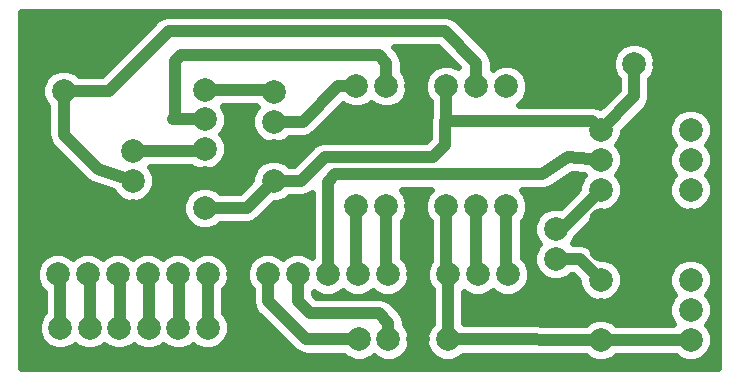
<source format=gbr>
G04 #@! TF.FileFunction,Copper,L2,Bot,Signal*
%FSLAX46Y46*%
G04 Gerber Fmt 4.6, Leading zero omitted, Abs format (unit mm)*
G04 Created by KiCad (PCBNEW 4.0.7-e2-6376~61~ubuntu18.04.1) date Sat May 19 13:00:04 2018*
%MOMM*%
%LPD*%
G01*
G04 APERTURE LIST*
%ADD10C,0.100000*%
%ADD11C,2.000000*%
%ADD12C,1.000000*%
%ADD13C,0.554000*%
G04 APERTURE END LIST*
D10*
D11*
X42046000Y14618000D03*
X39506000Y14618000D03*
X36966000Y14618000D03*
X34426000Y14618000D03*
X31886000Y14618000D03*
X29346000Y14618000D03*
X29346000Y24778000D03*
X31886000Y24778000D03*
X34426000Y24778000D03*
X36966000Y24778000D03*
X39506000Y24778000D03*
X42046000Y24778000D03*
X4076000Y8848000D03*
X6616000Y8848000D03*
X9156000Y8848000D03*
X11696000Y8848000D03*
X14236000Y8848000D03*
X16776000Y8848000D03*
X19316000Y8848000D03*
X21856000Y8848000D03*
X24396000Y8848000D03*
X26936000Y8848000D03*
X29476000Y8848000D03*
X32016000Y8848000D03*
X34556000Y8848000D03*
X37096000Y8848000D03*
X39636000Y8848000D03*
X42176000Y8848000D03*
X50038000Y3302000D03*
X50038000Y5842000D03*
X50038000Y18542000D03*
X50038000Y21082000D03*
X50038000Y8382000D03*
X50038000Y10922000D03*
X50038000Y16002000D03*
X50038000Y13462000D03*
X57658000Y21082000D03*
X57658000Y18542000D03*
X57658000Y16002000D03*
X57658000Y13462000D03*
X57658000Y10922000D03*
X57658000Y8382000D03*
X57658000Y5842000D03*
X57658000Y3302000D03*
X46228000Y12700000D03*
X46228000Y10160000D03*
X4572000Y24384000D03*
X4572000Y14224000D03*
X10414000Y16764000D03*
X10414000Y14224000D03*
X10414000Y19304000D03*
X55372000Y26670000D03*
X52872000Y26670000D03*
X29576000Y3348000D03*
X32076000Y3348000D03*
X34576000Y3348000D03*
X37076000Y3348000D03*
X16510000Y14478000D03*
X16510000Y16978000D03*
X16510000Y19478000D03*
X16510000Y21978000D03*
X16510000Y24478000D03*
X22352000Y16764000D03*
X22352000Y19264000D03*
X22352000Y21764000D03*
X22352000Y24264000D03*
X16764000Y4318000D03*
X14264000Y4318000D03*
X11764000Y4318000D03*
X9264000Y4318000D03*
X6764000Y4318000D03*
X4264000Y4318000D03*
X22098000Y2286000D03*
D12*
X36852000Y21844000D02*
X36852000Y19834000D01*
X24638000Y16764000D02*
X22352000Y16764000D01*
X26670000Y18796000D02*
X24638000Y16764000D01*
X35814000Y18796000D02*
X26670000Y18796000D01*
X36852000Y19834000D02*
X35814000Y18796000D01*
X22352000Y16764000D02*
X20066000Y14478000D01*
X20066000Y14478000D02*
X16510000Y14478000D01*
X52872000Y26670000D02*
X52872000Y23916000D01*
X52872000Y23916000D02*
X50038000Y21082000D01*
X46482000Y21844000D02*
X37338000Y21844000D01*
X37338000Y21844000D02*
X37084000Y21844000D01*
X37084000Y21844000D02*
X36852000Y21844000D01*
X36852000Y21844000D02*
X36966000Y21958000D01*
X46482000Y21844000D02*
X49276000Y21844000D01*
X49276000Y21844000D02*
X50038000Y21082000D01*
X36966000Y21958000D02*
X36966000Y24778000D01*
X4572000Y24384000D02*
X8382000Y24384000D01*
X39506000Y26788000D02*
X39506000Y24778000D01*
X36830000Y29464000D02*
X39506000Y26788000D01*
X13462000Y29464000D02*
X36830000Y29464000D01*
X8382000Y24384000D02*
X13462000Y29464000D01*
X4572000Y24384000D02*
X4576000Y20673000D01*
X7441000Y17808000D02*
X10414000Y16764000D01*
X4576000Y20673000D02*
X7441000Y17808000D01*
X14304000Y4318000D02*
X14304000Y8780000D01*
X14304000Y8780000D02*
X14236000Y8848000D01*
X11804000Y4318000D02*
X11804000Y8740000D01*
X11804000Y8740000D02*
X11696000Y8848000D01*
X9304000Y4318000D02*
X9304000Y8700000D01*
X9304000Y8700000D02*
X9156000Y8848000D01*
X6804000Y4318000D02*
X6804000Y8660000D01*
X6804000Y8660000D02*
X6616000Y8848000D01*
X4304000Y4318000D02*
X4304000Y8620000D01*
X4304000Y8620000D02*
X4076000Y8848000D01*
X21856000Y8848000D02*
X21856000Y6592000D01*
X25100000Y3348000D02*
X29576000Y3348000D01*
X21856000Y6592000D02*
X25100000Y3348000D01*
X24396000Y8848000D02*
X24396000Y6592000D01*
X32076000Y4754000D02*
X32076000Y3348000D01*
X31242000Y5588000D02*
X32076000Y4754000D01*
X25400000Y5588000D02*
X31242000Y5588000D01*
X24396000Y6592000D02*
X25400000Y5588000D01*
X50038000Y3302000D02*
X57658000Y3302000D01*
X37196000Y3348000D02*
X43076000Y3348000D01*
X46482000Y3302000D02*
X50038000Y3302000D01*
X43076000Y3348000D02*
X46482000Y3302000D01*
X37096000Y8848000D02*
X37096000Y3448000D01*
X37096000Y3448000D02*
X37196000Y3348000D01*
X36966000Y14618000D02*
X36966000Y8978000D01*
X36966000Y8978000D02*
X37096000Y8848000D01*
X10414000Y19304000D02*
X16210000Y19332000D01*
X16210000Y19332000D02*
X16330000Y19452000D01*
X16510000Y21978000D02*
X13836000Y21978000D01*
X31886000Y26788000D02*
X31886000Y24778000D01*
X31242000Y27432000D02*
X31886000Y26788000D01*
X14478000Y27432000D02*
X31242000Y27432000D01*
X13970000Y26924000D02*
X14478000Y27432000D01*
X13970000Y22112000D02*
X13970000Y26924000D01*
X13836000Y21978000D02*
X13970000Y22112000D01*
X16510000Y24478000D02*
X22138000Y24478000D01*
X22138000Y24478000D02*
X22352000Y24264000D01*
X22044000Y24532000D02*
X22084000Y24492000D01*
X42046000Y14618000D02*
X42046000Y8978000D01*
X42046000Y8978000D02*
X42176000Y8848000D01*
X39506000Y14618000D02*
X39506000Y8978000D01*
X39506000Y8978000D02*
X39636000Y8848000D01*
X31886000Y14618000D02*
X31886000Y8978000D01*
X31886000Y8978000D02*
X32016000Y8848000D01*
X29346000Y14618000D02*
X29346000Y8978000D01*
X29346000Y8978000D02*
X29476000Y8848000D01*
X22352000Y21764000D02*
X24812000Y21764000D01*
X27826000Y24778000D02*
X29346000Y24778000D01*
X24812000Y21764000D02*
X27826000Y24778000D01*
X50038000Y18542000D02*
X47244000Y18796000D01*
X26936000Y16708000D02*
X26936000Y8848000D01*
X27576000Y17348000D02*
X26936000Y16708000D01*
X45076000Y17348000D02*
X27576000Y17348000D01*
X47244000Y18796000D02*
X45076000Y17348000D01*
X46228000Y10160000D02*
X48260000Y10160000D01*
X48260000Y10160000D02*
X50038000Y8382000D01*
X46228000Y12700000D02*
X46736000Y12700000D01*
X46736000Y12700000D02*
X50038000Y16002000D01*
X16804000Y4318000D02*
X16804000Y8820000D01*
X16804000Y8820000D02*
X16776000Y8848000D01*
D13*
G36*
X60008000Y31052000D02*
X952000Y31052000D01*
X952000Y24755720D01*
X2694675Y24755720D01*
X2979829Y25445846D01*
X3507376Y25974316D01*
X4197004Y26260674D01*
X4943720Y26261325D01*
X5633846Y25976171D01*
X5849393Y25761000D01*
X7811628Y25761000D01*
X12488314Y30437686D01*
X12935045Y30736182D01*
X13462000Y30841000D01*
X36830000Y30841000D01*
X37356955Y30736182D01*
X37803686Y30437686D01*
X40479686Y27761686D01*
X40778182Y27314955D01*
X40883000Y26788000D01*
X40883000Y26269768D01*
X40981376Y26368316D01*
X41671004Y26654674D01*
X42417720Y26655325D01*
X43107846Y26370171D01*
X43636316Y25842624D01*
X43922674Y25152996D01*
X43923325Y24406280D01*
X43638171Y23716154D01*
X43143882Y23221000D01*
X49276000Y23221000D01*
X49802955Y23116182D01*
X49995893Y22987265D01*
X51495000Y24486372D01*
X51495000Y25392433D01*
X51281684Y25605376D01*
X50995326Y26295004D01*
X50994675Y27041720D01*
X51279829Y27731846D01*
X51807376Y28260316D01*
X52497004Y28546674D01*
X53243720Y28547325D01*
X53933846Y28262171D01*
X54462316Y27734624D01*
X54748674Y27044996D01*
X54749325Y26298280D01*
X54464171Y25608154D01*
X54249000Y25392607D01*
X54249000Y23916000D01*
X54144182Y23389045D01*
X53845686Y22942314D01*
X51915062Y21011690D01*
X51915325Y20710280D01*
X51630171Y20020154D01*
X51422480Y19812100D01*
X51628316Y19606624D01*
X51914674Y18916996D01*
X51915325Y18170280D01*
X51630171Y17480154D01*
X51422480Y17272100D01*
X51628316Y17066624D01*
X51914674Y16376996D01*
X51914676Y16373720D01*
X55780675Y16373720D01*
X56065829Y17063846D01*
X56273520Y17271900D01*
X56067684Y17477376D01*
X55781326Y18167004D01*
X55780675Y18913720D01*
X56065829Y19603846D01*
X56273520Y19811900D01*
X56067684Y20017376D01*
X55781326Y20707004D01*
X55780675Y21453720D01*
X56065829Y22143846D01*
X56593376Y22672316D01*
X57283004Y22958674D01*
X58029720Y22959325D01*
X58719846Y22674171D01*
X59248316Y22146624D01*
X59534674Y21456996D01*
X59535325Y20710280D01*
X59250171Y20020154D01*
X59042480Y19812100D01*
X59248316Y19606624D01*
X59534674Y18916996D01*
X59535325Y18170280D01*
X59250171Y17480154D01*
X59042480Y17272100D01*
X59248316Y17066624D01*
X59534674Y16376996D01*
X59535325Y15630280D01*
X59250171Y14940154D01*
X58722624Y14411684D01*
X58032996Y14125326D01*
X57286280Y14124675D01*
X56596154Y14409829D01*
X56067684Y14937376D01*
X55781326Y15627004D01*
X55780675Y16373720D01*
X51914676Y16373720D01*
X51915325Y15630280D01*
X51630171Y14940154D01*
X51102624Y14411684D01*
X50412996Y14125326D01*
X50108432Y14125060D01*
X47960043Y11976671D01*
X47820171Y11638154D01*
X47719194Y11537000D01*
X48260000Y11537000D01*
X48786955Y11432182D01*
X49233686Y11133686D01*
X50108310Y10259062D01*
X50409720Y10259325D01*
X51099846Y9974171D01*
X51628316Y9446624D01*
X51914674Y8756996D01*
X51915325Y8010280D01*
X51630171Y7320154D01*
X51102624Y6791684D01*
X50412996Y6505326D01*
X49666280Y6504675D01*
X48976154Y6789829D01*
X48447684Y7317376D01*
X48161326Y8007004D01*
X48161060Y8311568D01*
X47689628Y8783000D01*
X47505567Y8783000D01*
X47292624Y8569684D01*
X46602996Y8283326D01*
X45856280Y8282675D01*
X45166154Y8567829D01*
X44637684Y9095376D01*
X44351326Y9785004D01*
X44350675Y10531720D01*
X44635829Y11221846D01*
X44843520Y11429900D01*
X44637684Y11635376D01*
X44351326Y12325004D01*
X44350675Y13071720D01*
X44635829Y13761846D01*
X45163376Y14290316D01*
X45853004Y14576674D01*
X46599720Y14577325D01*
X46646588Y14557960D01*
X48160938Y16072310D01*
X48160675Y16373720D01*
X48445829Y17063846D01*
X48653520Y17271900D01*
X48638880Y17286514D01*
X47604053Y17380590D01*
X45840797Y16202917D01*
X45715609Y16151091D01*
X45602955Y16075818D01*
X45469810Y16049334D01*
X45344376Y15997406D01*
X45208885Y15997432D01*
X45076000Y15971000D01*
X43347435Y15971000D01*
X43636316Y15682624D01*
X43922674Y14992996D01*
X43923325Y14246280D01*
X43638171Y13556154D01*
X43423000Y13340607D01*
X43423000Y10255340D01*
X43766316Y9912624D01*
X44052674Y9222996D01*
X44053325Y8476280D01*
X43768171Y7786154D01*
X43240624Y7257684D01*
X42550996Y6971326D01*
X41804280Y6970675D01*
X41114154Y7255829D01*
X40906100Y7463520D01*
X40700624Y7257684D01*
X40010996Y6971326D01*
X39264280Y6970675D01*
X38574154Y7255829D01*
X38473000Y7356806D01*
X38473000Y4725000D01*
X43076000Y4725000D01*
X43085287Y4723153D01*
X43094595Y4724874D01*
X46491267Y4679000D01*
X48760433Y4679000D01*
X48973376Y4892316D01*
X49663004Y5178674D01*
X50409720Y5179325D01*
X51099846Y4894171D01*
X51315393Y4679000D01*
X56166232Y4679000D01*
X56067684Y4777376D01*
X55781326Y5467004D01*
X55780675Y6213720D01*
X56065829Y6903846D01*
X56273520Y7111900D01*
X56067684Y7317376D01*
X55781326Y8007004D01*
X55780675Y8753720D01*
X56065829Y9443846D01*
X56593376Y9972316D01*
X57283004Y10258674D01*
X58029720Y10259325D01*
X58719846Y9974171D01*
X59248316Y9446624D01*
X59534674Y8756996D01*
X59535325Y8010280D01*
X59250171Y7320154D01*
X59042480Y7112100D01*
X59248316Y6906624D01*
X59534674Y6216996D01*
X59535325Y5470280D01*
X59250171Y4780154D01*
X59042480Y4572100D01*
X59248316Y4366624D01*
X59534674Y3676996D01*
X59535325Y2930280D01*
X59250171Y2240154D01*
X58722624Y1711684D01*
X58032996Y1425326D01*
X57286280Y1424675D01*
X56596154Y1709829D01*
X56380607Y1925000D01*
X51315567Y1925000D01*
X51102624Y1711684D01*
X50412996Y1425326D01*
X49666280Y1424675D01*
X48976154Y1709829D01*
X48760607Y1925000D01*
X46482000Y1925000D01*
X46472713Y1926847D01*
X46463405Y1925126D01*
X43066734Y1971000D01*
X38353567Y1971000D01*
X38140624Y1757684D01*
X37450996Y1471326D01*
X36704280Y1470675D01*
X36014154Y1755829D01*
X35485684Y2283376D01*
X35199326Y2973004D01*
X35198675Y3719720D01*
X35483829Y4409846D01*
X35719000Y4645428D01*
X35719000Y7570433D01*
X35505684Y7783376D01*
X35219326Y8473004D01*
X35218675Y9219720D01*
X35503829Y9909846D01*
X35589000Y9995166D01*
X35589000Y13340433D01*
X35375684Y13553376D01*
X35089326Y14243004D01*
X35088675Y14989720D01*
X35373829Y15679846D01*
X35664474Y15971000D01*
X33187435Y15971000D01*
X33476316Y15682624D01*
X33762674Y14992996D01*
X33763325Y14246280D01*
X33478171Y13556154D01*
X33263000Y13340607D01*
X33263000Y10255340D01*
X33606316Y9912624D01*
X33892674Y9222996D01*
X33893325Y8476280D01*
X33608171Y7786154D01*
X33080624Y7257684D01*
X32390996Y6971326D01*
X31644280Y6970675D01*
X30954154Y7255829D01*
X30746100Y7463520D01*
X30540624Y7257684D01*
X29850996Y6971326D01*
X29104280Y6970675D01*
X28414154Y7255829D01*
X28206100Y7463520D01*
X28000624Y7257684D01*
X27310996Y6971326D01*
X26564280Y6970675D01*
X25874154Y7255829D01*
X25773000Y7356806D01*
X25773000Y7162372D01*
X25970372Y6965000D01*
X31242000Y6965000D01*
X31768955Y6860182D01*
X32215686Y6561686D01*
X33049686Y5727686D01*
X33348182Y5280955D01*
X33453000Y4754000D01*
X33453000Y4625567D01*
X33666316Y4412624D01*
X33952674Y3722996D01*
X33953325Y2976280D01*
X33668171Y2286154D01*
X33140624Y1757684D01*
X32450996Y1471326D01*
X31704280Y1470675D01*
X31014154Y1755829D01*
X30826135Y1943520D01*
X30640624Y1757684D01*
X29950996Y1471326D01*
X29204280Y1470675D01*
X28514154Y1755829D01*
X28298607Y1971000D01*
X25100000Y1971000D01*
X24573045Y2075818D01*
X24126314Y2374314D01*
X20882314Y5618314D01*
X20583818Y6065045D01*
X20479000Y6592000D01*
X20479000Y7570433D01*
X20265684Y7783376D01*
X19979326Y8473004D01*
X19978675Y9219720D01*
X20263829Y9909846D01*
X20791376Y10438316D01*
X21481004Y10724674D01*
X22227720Y10725325D01*
X22917846Y10440171D01*
X23125900Y10232480D01*
X23331376Y10438316D01*
X24021004Y10724674D01*
X24767720Y10725325D01*
X25457846Y10440171D01*
X25559000Y10339194D01*
X25559000Y15755110D01*
X25164955Y15491818D01*
X24638000Y15387000D01*
X23629567Y15387000D01*
X23416624Y15173684D01*
X22726996Y14887326D01*
X22422432Y14887060D01*
X21039686Y13504314D01*
X20592955Y13205818D01*
X20066000Y13101000D01*
X17787567Y13101000D01*
X17574624Y12887684D01*
X16884996Y12601326D01*
X16138280Y12600675D01*
X15448154Y12885829D01*
X14919684Y13413376D01*
X14633326Y14103004D01*
X14632675Y14849720D01*
X14917829Y15539846D01*
X15445376Y16068316D01*
X16135004Y16354674D01*
X16881720Y16355325D01*
X17571846Y16070171D01*
X17787393Y15855000D01*
X19495628Y15855000D01*
X20474938Y16834310D01*
X20474675Y17135720D01*
X20759829Y17825846D01*
X21287376Y18354316D01*
X21977004Y18640674D01*
X22723720Y18641325D01*
X23413846Y18356171D01*
X23629393Y18141000D01*
X24067628Y18141000D01*
X25696314Y19769686D01*
X26143045Y20068182D01*
X26670000Y20173000D01*
X35243628Y20173000D01*
X35475000Y20404372D01*
X35475000Y21844000D01*
X35579818Y22370955D01*
X35589000Y22384697D01*
X35589000Y23500433D01*
X35375684Y23713376D01*
X35089326Y24403004D01*
X35088675Y25149720D01*
X35373829Y25839846D01*
X35901376Y26368316D01*
X36591004Y26654674D01*
X37337720Y26655325D01*
X37940272Y26406356D01*
X36259628Y28087000D01*
X32534372Y28087000D01*
X32859686Y27761686D01*
X33158182Y27314955D01*
X33263000Y26788000D01*
X33263000Y26055567D01*
X33476316Y25842624D01*
X33762674Y25152996D01*
X33763325Y24406280D01*
X33478171Y23716154D01*
X32950624Y23187684D01*
X32260996Y22901326D01*
X31514280Y22900675D01*
X30824154Y23185829D01*
X30616100Y23393520D01*
X30410624Y23187684D01*
X29720996Y22901326D01*
X28974280Y22900675D01*
X28284154Y23185829D01*
X28232633Y23237261D01*
X25785686Y20790314D01*
X25338955Y20491818D01*
X24812000Y20387000D01*
X23629567Y20387000D01*
X23416624Y20173684D01*
X22726996Y19887326D01*
X21980280Y19886675D01*
X21290154Y20171829D01*
X20761684Y20699376D01*
X20475326Y21389004D01*
X20474675Y22135720D01*
X20759829Y22825846D01*
X20947520Y23013865D01*
X20860232Y23101000D01*
X18041838Y23101000D01*
X18100316Y23042624D01*
X18386674Y22352996D01*
X18387325Y21606280D01*
X18102171Y20916154D01*
X17914480Y20728135D01*
X18100316Y20542624D01*
X18386674Y19852996D01*
X18387325Y19106280D01*
X18102171Y18416154D01*
X17574624Y17887684D01*
X16884996Y17601326D01*
X16138280Y17600675D01*
X15448154Y17885829D01*
X15382881Y17950988D01*
X11898600Y17934156D01*
X12004316Y17828624D01*
X12290674Y17138996D01*
X12291325Y16392280D01*
X12006171Y15702154D01*
X11478624Y15173684D01*
X10788996Y14887326D01*
X10042280Y14886675D01*
X9352154Y15171829D01*
X8823684Y15699376D01*
X8744133Y15890957D01*
X6984765Y16508778D01*
X6951710Y16528326D01*
X6914045Y16535818D01*
X6721560Y16664432D01*
X6522303Y16782269D01*
X6499245Y16812978D01*
X6467314Y16834314D01*
X3602314Y19699314D01*
X3453444Y19922113D01*
X3304387Y20144674D01*
X3304239Y20145415D01*
X3303818Y20146045D01*
X3251506Y20409034D01*
X3199001Y20671516D01*
X3196378Y23105057D01*
X2981684Y23319376D01*
X2695326Y24009004D01*
X2694675Y24755720D01*
X952000Y24755720D01*
X952000Y9219720D01*
X2198675Y9219720D01*
X2483829Y9909846D01*
X3011376Y10438316D01*
X3701004Y10724674D01*
X4447720Y10725325D01*
X5137846Y10440171D01*
X5345900Y10232480D01*
X5551376Y10438316D01*
X6241004Y10724674D01*
X6987720Y10725325D01*
X7677846Y10440171D01*
X7885900Y10232480D01*
X8091376Y10438316D01*
X8781004Y10724674D01*
X9527720Y10725325D01*
X10217846Y10440171D01*
X10425900Y10232480D01*
X10631376Y10438316D01*
X11321004Y10724674D01*
X12067720Y10725325D01*
X12757846Y10440171D01*
X12965900Y10232480D01*
X13171376Y10438316D01*
X13861004Y10724674D01*
X14607720Y10725325D01*
X15297846Y10440171D01*
X15505900Y10232480D01*
X15711376Y10438316D01*
X16401004Y10724674D01*
X17147720Y10725325D01*
X17837846Y10440171D01*
X18366316Y9912624D01*
X18652674Y9222996D01*
X18653325Y8476280D01*
X18368171Y7786154D01*
X18181000Y7598656D01*
X18181000Y5555637D01*
X18354316Y5382624D01*
X18640674Y4692996D01*
X18641325Y3946280D01*
X18356171Y3256154D01*
X17828624Y2727684D01*
X17138996Y2441326D01*
X16392280Y2440675D01*
X15702154Y2725829D01*
X15514135Y2913520D01*
X15328624Y2727684D01*
X14638996Y2441326D01*
X13892280Y2440675D01*
X13202154Y2725829D01*
X13014135Y2913520D01*
X12828624Y2727684D01*
X12138996Y2441326D01*
X11392280Y2440675D01*
X10702154Y2725829D01*
X10514135Y2913520D01*
X10328624Y2727684D01*
X9638996Y2441326D01*
X8892280Y2440675D01*
X8202154Y2725829D01*
X8014135Y2913520D01*
X7828624Y2727684D01*
X7138996Y2441326D01*
X6392280Y2440675D01*
X5702154Y2725829D01*
X5514135Y2913520D01*
X5328624Y2727684D01*
X4638996Y2441326D01*
X3892280Y2440675D01*
X3202154Y2725829D01*
X2673684Y3253376D01*
X2387326Y3943004D01*
X2386675Y4689720D01*
X2671829Y5379846D01*
X2927000Y5635463D01*
X2927000Y7342831D01*
X2485684Y7783376D01*
X2199326Y8473004D01*
X2198675Y9219720D01*
X952000Y9219720D01*
X952000Y952000D01*
X60008000Y952000D01*
X60008000Y31052000D01*
X60008000Y31052000D01*
G37*
X60008000Y31052000D02*
X952000Y31052000D01*
X952000Y24755720D01*
X2694675Y24755720D01*
X2979829Y25445846D01*
X3507376Y25974316D01*
X4197004Y26260674D01*
X4943720Y26261325D01*
X5633846Y25976171D01*
X5849393Y25761000D01*
X7811628Y25761000D01*
X12488314Y30437686D01*
X12935045Y30736182D01*
X13462000Y30841000D01*
X36830000Y30841000D01*
X37356955Y30736182D01*
X37803686Y30437686D01*
X40479686Y27761686D01*
X40778182Y27314955D01*
X40883000Y26788000D01*
X40883000Y26269768D01*
X40981376Y26368316D01*
X41671004Y26654674D01*
X42417720Y26655325D01*
X43107846Y26370171D01*
X43636316Y25842624D01*
X43922674Y25152996D01*
X43923325Y24406280D01*
X43638171Y23716154D01*
X43143882Y23221000D01*
X49276000Y23221000D01*
X49802955Y23116182D01*
X49995893Y22987265D01*
X51495000Y24486372D01*
X51495000Y25392433D01*
X51281684Y25605376D01*
X50995326Y26295004D01*
X50994675Y27041720D01*
X51279829Y27731846D01*
X51807376Y28260316D01*
X52497004Y28546674D01*
X53243720Y28547325D01*
X53933846Y28262171D01*
X54462316Y27734624D01*
X54748674Y27044996D01*
X54749325Y26298280D01*
X54464171Y25608154D01*
X54249000Y25392607D01*
X54249000Y23916000D01*
X54144182Y23389045D01*
X53845686Y22942314D01*
X51915062Y21011690D01*
X51915325Y20710280D01*
X51630171Y20020154D01*
X51422480Y19812100D01*
X51628316Y19606624D01*
X51914674Y18916996D01*
X51915325Y18170280D01*
X51630171Y17480154D01*
X51422480Y17272100D01*
X51628316Y17066624D01*
X51914674Y16376996D01*
X51914676Y16373720D01*
X55780675Y16373720D01*
X56065829Y17063846D01*
X56273520Y17271900D01*
X56067684Y17477376D01*
X55781326Y18167004D01*
X55780675Y18913720D01*
X56065829Y19603846D01*
X56273520Y19811900D01*
X56067684Y20017376D01*
X55781326Y20707004D01*
X55780675Y21453720D01*
X56065829Y22143846D01*
X56593376Y22672316D01*
X57283004Y22958674D01*
X58029720Y22959325D01*
X58719846Y22674171D01*
X59248316Y22146624D01*
X59534674Y21456996D01*
X59535325Y20710280D01*
X59250171Y20020154D01*
X59042480Y19812100D01*
X59248316Y19606624D01*
X59534674Y18916996D01*
X59535325Y18170280D01*
X59250171Y17480154D01*
X59042480Y17272100D01*
X59248316Y17066624D01*
X59534674Y16376996D01*
X59535325Y15630280D01*
X59250171Y14940154D01*
X58722624Y14411684D01*
X58032996Y14125326D01*
X57286280Y14124675D01*
X56596154Y14409829D01*
X56067684Y14937376D01*
X55781326Y15627004D01*
X55780675Y16373720D01*
X51914676Y16373720D01*
X51915325Y15630280D01*
X51630171Y14940154D01*
X51102624Y14411684D01*
X50412996Y14125326D01*
X50108432Y14125060D01*
X47960043Y11976671D01*
X47820171Y11638154D01*
X47719194Y11537000D01*
X48260000Y11537000D01*
X48786955Y11432182D01*
X49233686Y11133686D01*
X50108310Y10259062D01*
X50409720Y10259325D01*
X51099846Y9974171D01*
X51628316Y9446624D01*
X51914674Y8756996D01*
X51915325Y8010280D01*
X51630171Y7320154D01*
X51102624Y6791684D01*
X50412996Y6505326D01*
X49666280Y6504675D01*
X48976154Y6789829D01*
X48447684Y7317376D01*
X48161326Y8007004D01*
X48161060Y8311568D01*
X47689628Y8783000D01*
X47505567Y8783000D01*
X47292624Y8569684D01*
X46602996Y8283326D01*
X45856280Y8282675D01*
X45166154Y8567829D01*
X44637684Y9095376D01*
X44351326Y9785004D01*
X44350675Y10531720D01*
X44635829Y11221846D01*
X44843520Y11429900D01*
X44637684Y11635376D01*
X44351326Y12325004D01*
X44350675Y13071720D01*
X44635829Y13761846D01*
X45163376Y14290316D01*
X45853004Y14576674D01*
X46599720Y14577325D01*
X46646588Y14557960D01*
X48160938Y16072310D01*
X48160675Y16373720D01*
X48445829Y17063846D01*
X48653520Y17271900D01*
X48638880Y17286514D01*
X47604053Y17380590D01*
X45840797Y16202917D01*
X45715609Y16151091D01*
X45602955Y16075818D01*
X45469810Y16049334D01*
X45344376Y15997406D01*
X45208885Y15997432D01*
X45076000Y15971000D01*
X43347435Y15971000D01*
X43636316Y15682624D01*
X43922674Y14992996D01*
X43923325Y14246280D01*
X43638171Y13556154D01*
X43423000Y13340607D01*
X43423000Y10255340D01*
X43766316Y9912624D01*
X44052674Y9222996D01*
X44053325Y8476280D01*
X43768171Y7786154D01*
X43240624Y7257684D01*
X42550996Y6971326D01*
X41804280Y6970675D01*
X41114154Y7255829D01*
X40906100Y7463520D01*
X40700624Y7257684D01*
X40010996Y6971326D01*
X39264280Y6970675D01*
X38574154Y7255829D01*
X38473000Y7356806D01*
X38473000Y4725000D01*
X43076000Y4725000D01*
X43085287Y4723153D01*
X43094595Y4724874D01*
X46491267Y4679000D01*
X48760433Y4679000D01*
X48973376Y4892316D01*
X49663004Y5178674D01*
X50409720Y5179325D01*
X51099846Y4894171D01*
X51315393Y4679000D01*
X56166232Y4679000D01*
X56067684Y4777376D01*
X55781326Y5467004D01*
X55780675Y6213720D01*
X56065829Y6903846D01*
X56273520Y7111900D01*
X56067684Y7317376D01*
X55781326Y8007004D01*
X55780675Y8753720D01*
X56065829Y9443846D01*
X56593376Y9972316D01*
X57283004Y10258674D01*
X58029720Y10259325D01*
X58719846Y9974171D01*
X59248316Y9446624D01*
X59534674Y8756996D01*
X59535325Y8010280D01*
X59250171Y7320154D01*
X59042480Y7112100D01*
X59248316Y6906624D01*
X59534674Y6216996D01*
X59535325Y5470280D01*
X59250171Y4780154D01*
X59042480Y4572100D01*
X59248316Y4366624D01*
X59534674Y3676996D01*
X59535325Y2930280D01*
X59250171Y2240154D01*
X58722624Y1711684D01*
X58032996Y1425326D01*
X57286280Y1424675D01*
X56596154Y1709829D01*
X56380607Y1925000D01*
X51315567Y1925000D01*
X51102624Y1711684D01*
X50412996Y1425326D01*
X49666280Y1424675D01*
X48976154Y1709829D01*
X48760607Y1925000D01*
X46482000Y1925000D01*
X46472713Y1926847D01*
X46463405Y1925126D01*
X43066734Y1971000D01*
X38353567Y1971000D01*
X38140624Y1757684D01*
X37450996Y1471326D01*
X36704280Y1470675D01*
X36014154Y1755829D01*
X35485684Y2283376D01*
X35199326Y2973004D01*
X35198675Y3719720D01*
X35483829Y4409846D01*
X35719000Y4645428D01*
X35719000Y7570433D01*
X35505684Y7783376D01*
X35219326Y8473004D01*
X35218675Y9219720D01*
X35503829Y9909846D01*
X35589000Y9995166D01*
X35589000Y13340433D01*
X35375684Y13553376D01*
X35089326Y14243004D01*
X35088675Y14989720D01*
X35373829Y15679846D01*
X35664474Y15971000D01*
X33187435Y15971000D01*
X33476316Y15682624D01*
X33762674Y14992996D01*
X33763325Y14246280D01*
X33478171Y13556154D01*
X33263000Y13340607D01*
X33263000Y10255340D01*
X33606316Y9912624D01*
X33892674Y9222996D01*
X33893325Y8476280D01*
X33608171Y7786154D01*
X33080624Y7257684D01*
X32390996Y6971326D01*
X31644280Y6970675D01*
X30954154Y7255829D01*
X30746100Y7463520D01*
X30540624Y7257684D01*
X29850996Y6971326D01*
X29104280Y6970675D01*
X28414154Y7255829D01*
X28206100Y7463520D01*
X28000624Y7257684D01*
X27310996Y6971326D01*
X26564280Y6970675D01*
X25874154Y7255829D01*
X25773000Y7356806D01*
X25773000Y7162372D01*
X25970372Y6965000D01*
X31242000Y6965000D01*
X31768955Y6860182D01*
X32215686Y6561686D01*
X33049686Y5727686D01*
X33348182Y5280955D01*
X33453000Y4754000D01*
X33453000Y4625567D01*
X33666316Y4412624D01*
X33952674Y3722996D01*
X33953325Y2976280D01*
X33668171Y2286154D01*
X33140624Y1757684D01*
X32450996Y1471326D01*
X31704280Y1470675D01*
X31014154Y1755829D01*
X30826135Y1943520D01*
X30640624Y1757684D01*
X29950996Y1471326D01*
X29204280Y1470675D01*
X28514154Y1755829D01*
X28298607Y1971000D01*
X25100000Y1971000D01*
X24573045Y2075818D01*
X24126314Y2374314D01*
X20882314Y5618314D01*
X20583818Y6065045D01*
X20479000Y6592000D01*
X20479000Y7570433D01*
X20265684Y7783376D01*
X19979326Y8473004D01*
X19978675Y9219720D01*
X20263829Y9909846D01*
X20791376Y10438316D01*
X21481004Y10724674D01*
X22227720Y10725325D01*
X22917846Y10440171D01*
X23125900Y10232480D01*
X23331376Y10438316D01*
X24021004Y10724674D01*
X24767720Y10725325D01*
X25457846Y10440171D01*
X25559000Y10339194D01*
X25559000Y15755110D01*
X25164955Y15491818D01*
X24638000Y15387000D01*
X23629567Y15387000D01*
X23416624Y15173684D01*
X22726996Y14887326D01*
X22422432Y14887060D01*
X21039686Y13504314D01*
X20592955Y13205818D01*
X20066000Y13101000D01*
X17787567Y13101000D01*
X17574624Y12887684D01*
X16884996Y12601326D01*
X16138280Y12600675D01*
X15448154Y12885829D01*
X14919684Y13413376D01*
X14633326Y14103004D01*
X14632675Y14849720D01*
X14917829Y15539846D01*
X15445376Y16068316D01*
X16135004Y16354674D01*
X16881720Y16355325D01*
X17571846Y16070171D01*
X17787393Y15855000D01*
X19495628Y15855000D01*
X20474938Y16834310D01*
X20474675Y17135720D01*
X20759829Y17825846D01*
X21287376Y18354316D01*
X21977004Y18640674D01*
X22723720Y18641325D01*
X23413846Y18356171D01*
X23629393Y18141000D01*
X24067628Y18141000D01*
X25696314Y19769686D01*
X26143045Y20068182D01*
X26670000Y20173000D01*
X35243628Y20173000D01*
X35475000Y20404372D01*
X35475000Y21844000D01*
X35579818Y22370955D01*
X35589000Y22384697D01*
X35589000Y23500433D01*
X35375684Y23713376D01*
X35089326Y24403004D01*
X35088675Y25149720D01*
X35373829Y25839846D01*
X35901376Y26368316D01*
X36591004Y26654674D01*
X37337720Y26655325D01*
X37940272Y26406356D01*
X36259628Y28087000D01*
X32534372Y28087000D01*
X32859686Y27761686D01*
X33158182Y27314955D01*
X33263000Y26788000D01*
X33263000Y26055567D01*
X33476316Y25842624D01*
X33762674Y25152996D01*
X33763325Y24406280D01*
X33478171Y23716154D01*
X32950624Y23187684D01*
X32260996Y22901326D01*
X31514280Y22900675D01*
X30824154Y23185829D01*
X30616100Y23393520D01*
X30410624Y23187684D01*
X29720996Y22901326D01*
X28974280Y22900675D01*
X28284154Y23185829D01*
X28232633Y23237261D01*
X25785686Y20790314D01*
X25338955Y20491818D01*
X24812000Y20387000D01*
X23629567Y20387000D01*
X23416624Y20173684D01*
X22726996Y19887326D01*
X21980280Y19886675D01*
X21290154Y20171829D01*
X20761684Y20699376D01*
X20475326Y21389004D01*
X20474675Y22135720D01*
X20759829Y22825846D01*
X20947520Y23013865D01*
X20860232Y23101000D01*
X18041838Y23101000D01*
X18100316Y23042624D01*
X18386674Y22352996D01*
X18387325Y21606280D01*
X18102171Y20916154D01*
X17914480Y20728135D01*
X18100316Y20542624D01*
X18386674Y19852996D01*
X18387325Y19106280D01*
X18102171Y18416154D01*
X17574624Y17887684D01*
X16884996Y17601326D01*
X16138280Y17600675D01*
X15448154Y17885829D01*
X15382881Y17950988D01*
X11898600Y17934156D01*
X12004316Y17828624D01*
X12290674Y17138996D01*
X12291325Y16392280D01*
X12006171Y15702154D01*
X11478624Y15173684D01*
X10788996Y14887326D01*
X10042280Y14886675D01*
X9352154Y15171829D01*
X8823684Y15699376D01*
X8744133Y15890957D01*
X6984765Y16508778D01*
X6951710Y16528326D01*
X6914045Y16535818D01*
X6721560Y16664432D01*
X6522303Y16782269D01*
X6499245Y16812978D01*
X6467314Y16834314D01*
X3602314Y19699314D01*
X3453444Y19922113D01*
X3304387Y20144674D01*
X3304239Y20145415D01*
X3303818Y20146045D01*
X3251506Y20409034D01*
X3199001Y20671516D01*
X3196378Y23105057D01*
X2981684Y23319376D01*
X2695326Y24009004D01*
X2694675Y24755720D01*
X952000Y24755720D01*
X952000Y9219720D01*
X2198675Y9219720D01*
X2483829Y9909846D01*
X3011376Y10438316D01*
X3701004Y10724674D01*
X4447720Y10725325D01*
X5137846Y10440171D01*
X5345900Y10232480D01*
X5551376Y10438316D01*
X6241004Y10724674D01*
X6987720Y10725325D01*
X7677846Y10440171D01*
X7885900Y10232480D01*
X8091376Y10438316D01*
X8781004Y10724674D01*
X9527720Y10725325D01*
X10217846Y10440171D01*
X10425900Y10232480D01*
X10631376Y10438316D01*
X11321004Y10724674D01*
X12067720Y10725325D01*
X12757846Y10440171D01*
X12965900Y10232480D01*
X13171376Y10438316D01*
X13861004Y10724674D01*
X14607720Y10725325D01*
X15297846Y10440171D01*
X15505900Y10232480D01*
X15711376Y10438316D01*
X16401004Y10724674D01*
X17147720Y10725325D01*
X17837846Y10440171D01*
X18366316Y9912624D01*
X18652674Y9222996D01*
X18653325Y8476280D01*
X18368171Y7786154D01*
X18181000Y7598656D01*
X18181000Y5555637D01*
X18354316Y5382624D01*
X18640674Y4692996D01*
X18641325Y3946280D01*
X18356171Y3256154D01*
X17828624Y2727684D01*
X17138996Y2441326D01*
X16392280Y2440675D01*
X15702154Y2725829D01*
X15514135Y2913520D01*
X15328624Y2727684D01*
X14638996Y2441326D01*
X13892280Y2440675D01*
X13202154Y2725829D01*
X13014135Y2913520D01*
X12828624Y2727684D01*
X12138996Y2441326D01*
X11392280Y2440675D01*
X10702154Y2725829D01*
X10514135Y2913520D01*
X10328624Y2727684D01*
X9638996Y2441326D01*
X8892280Y2440675D01*
X8202154Y2725829D01*
X8014135Y2913520D01*
X7828624Y2727684D01*
X7138996Y2441326D01*
X6392280Y2440675D01*
X5702154Y2725829D01*
X5514135Y2913520D01*
X5328624Y2727684D01*
X4638996Y2441326D01*
X3892280Y2440675D01*
X3202154Y2725829D01*
X2673684Y3253376D01*
X2387326Y3943004D01*
X2386675Y4689720D01*
X2671829Y5379846D01*
X2927000Y5635463D01*
X2927000Y7342831D01*
X2485684Y7783376D01*
X2199326Y8473004D01*
X2198675Y9219720D01*
X952000Y9219720D01*
X952000Y952000D01*
X60008000Y952000D01*
X60008000Y31052000D01*
M02*

</source>
